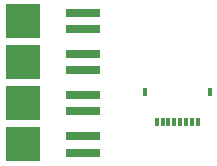
<source format=gtp>
G04*
G04 #@! TF.GenerationSoftware,Altium Limited,Altium Designer,19.1.8 (144)*
G04*
G04 Layer_Color=8421504*
%FSLAX43Y43*%
%MOMM*%
G71*
G01*
G75*
%ADD12R,3.000X0.700*%
%ADD13R,0.300X0.800*%
%ADD14R,3.000X3.000*%
%ADD15R,0.400X0.800*%
D12*
X181275Y71029D02*
D03*
Y72429D02*
D03*
Y68972D02*
D03*
Y67572D02*
D03*
Y64101D02*
D03*
Y60601D02*
D03*
Y62001D02*
D03*
Y65501D02*
D03*
D13*
X187517Y63201D02*
D03*
X191017D02*
D03*
X190517D02*
D03*
X188517D02*
D03*
X189517D02*
D03*
X188017D02*
D03*
X190017D02*
D03*
X189017D02*
D03*
D14*
X176195Y71729D02*
D03*
Y68272D02*
D03*
Y64801D02*
D03*
Y61301D02*
D03*
D15*
X192017Y65701D02*
D03*
X186517D02*
D03*
M02*

</source>
